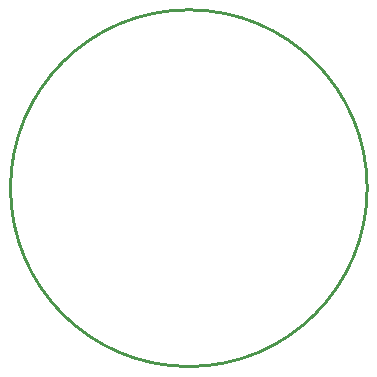
<source format=gko>
G04 Layer_Color=16711935*
%FSLAX44Y44*%
%MOMM*%
G71*
G01*
G75*
%ADD19C,0.2540*%
D19*
X814000Y917000D02*
G03*
X814000Y917000I-151000J0D01*
G01*
M02*

</source>
